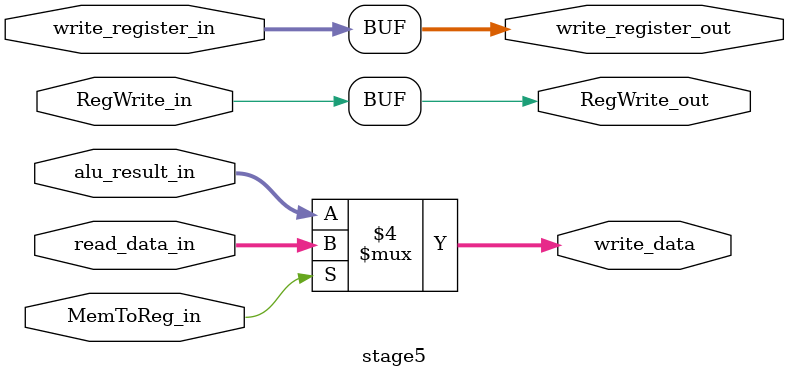
<source format=sv>
`timescale 1ns / 1ps


module stage5(write_register_in,alu_result_in,MemToReg_in,RegWrite_in, write_register_out,
    write_data, read_data_in, RegWrite_out);

input logic [4:0] write_register_in;
input logic MemToReg_in;
input logic RegWrite_in;
input logic signed [63:0] alu_result_in;
input logic signed [63:0]read_data_in;


output logic [4:0] write_register_out;
output logic signed [63:0] write_data;
output logic RegWrite_out;

assign write_register_out=write_register_in;
assign RegWrite_out = RegWrite_in;

always @(*)
begin
if (!MemToReg_in) write_data=alu_result_in;
else write_data=read_data_in;
end


endmodule

</source>
